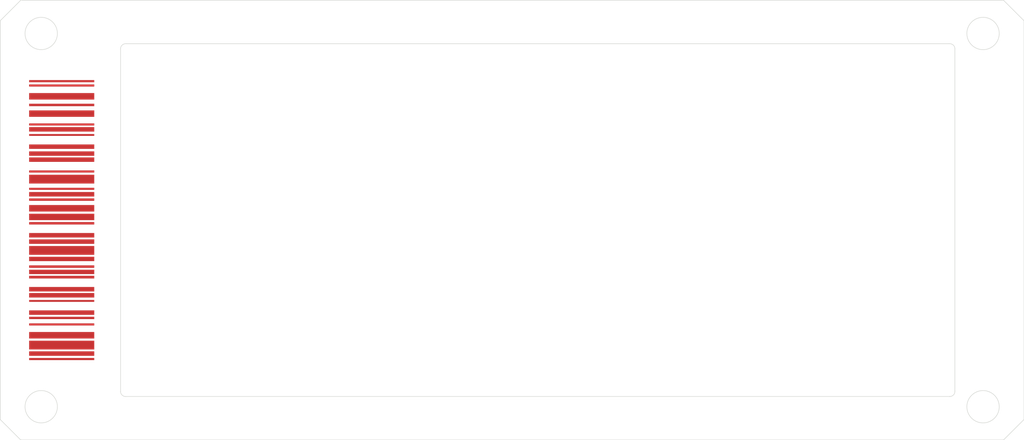
<source format=kicad_pcb>
(kicad_pcb (version 20171130) (host pcbnew 5.1.5+dfsg1-2build2)

  (general
    (thickness 1)
    (drawings 28)
    (tracks 0)
    (zones 0)
    (modules 2)
    (nets 1)
  )

  (page A4)
  (layers
    (0 F.Cu signal)
    (31 B.Cu signal)
    (32 B.Adhes user)
    (33 F.Adhes user)
    (34 B.Paste user)
    (35 F.Paste user)
    (36 B.SilkS user)
    (37 F.SilkS user)
    (38 B.Mask user)
    (39 F.Mask user)
    (40 Dwgs.User user)
    (41 Cmts.User user)
    (42 Eco1.User user)
    (43 Eco2.User user)
    (44 Edge.Cuts user)
    (45 Margin user)
    (46 B.CrtYd user)
    (47 F.CrtYd user)
    (48 B.Fab user)
    (49 F.Fab user)
  )

  (setup
    (last_trace_width 0.25)
    (trace_clearance 0.2)
    (zone_clearance 0.508)
    (zone_45_only no)
    (trace_min 0.2)
    (via_size 0.8)
    (via_drill 0.4)
    (via_min_size 0.4)
    (via_min_drill 0.3)
    (uvia_size 0.3)
    (uvia_drill 0.1)
    (uvias_allowed no)
    (uvia_min_size 0.2)
    (uvia_min_drill 0.1)
    (edge_width 0.05)
    (segment_width 0.2)
    (pcb_text_width 0.3)
    (pcb_text_size 1.5 1.5)
    (mod_edge_width 0.12)
    (mod_text_size 1 1)
    (mod_text_width 0.15)
    (pad_size 1.524 1.524)
    (pad_drill 0.762)
    (pad_to_mask_clearance 0.051)
    (solder_mask_min_width 0.25)
    (aux_axis_origin 0 0)
    (visible_elements FFFFFF7F)
    (pcbplotparams
      (layerselection 0x00020_7ffffffe)
      (usegerberextensions true)
      (usegerberattributes false)
      (usegerberadvancedattributes false)
      (creategerberjobfile false)
      (excludeedgelayer true)
      (linewidth 0.100000)
      (plotframeref false)
      (viasonmask false)
      (mode 1)
      (useauxorigin true)
      (hpglpennumber 1)
      (hpglpenspeed 20)
      (hpglpendiameter 15.000000)
      (psnegative false)
      (psa4output false)
      (plotreference true)
      (plotvalue false)
      (plotinvisibletext false)
      (padsonsilk false)
      (subtractmaskfromsilk false)
      (outputformat 3)
      (mirror false)
      (drillshape 0)
      (scaleselection 1)
      (outputdirectory "gerber_front"))
  )

  (net 0 "")

  (net_class Default "This is the default net class."
    (clearance 0.2)
    (trace_width 0.25)
    (via_dia 0.8)
    (via_drill 0.4)
    (uvia_dia 0.3)
    (uvia_drill 0.1)
  )

  (module front:ottercast_barcode_mask (layer F.Cu) (tedit 0) (tstamp 603F2A25)
    (at 106 78.5 90)
    (fp_text reference G*** (at 0 0 90) (layer F.SilkS) hide
      (effects (font (size 1.524 1.524) (thickness 0.3)))
    )
    (fp_text value LOGO (at 0.75 0 90) (layer F.SilkS) hide
      (effects (font (size 1.524 1.524) (thickness 0.3)))
    )
    (fp_poly (pts (xy 13.687777 3.175) (xy 13.490222 3.175) (xy 13.490222 -3.175) (xy 13.687777 -3.175)
      (xy 13.687777 3.175)) (layer F.Mask) (width 0.01))
    (fp_poly (pts (xy 13.264444 3.175) (xy 13.066889 3.175) (xy 13.066889 -3.175) (xy 13.264444 -3.175)
      (xy 13.264444 3.175)) (layer F.Mask) (width 0.01))
    (fp_poly (pts (xy 12.417777 3.175) (xy 11.796889 3.175) (xy 11.796889 -3.175) (xy 12.417777 -3.175)
      (xy 12.417777 3.175)) (layer F.Mask) (width 0.01))
    (fp_poly (pts (xy 11.373555 3.175) (xy 11.147777 3.175) (xy 11.147777 -3.175) (xy 11.373555 -3.175)
      (xy 11.373555 3.175)) (layer F.Mask) (width 0.01))
    (fp_poly (pts (xy 10.724444 3.175) (xy 10.103555 3.175) (xy 10.103555 -3.175) (xy 10.724444 -3.175)
      (xy 10.724444 3.175)) (layer F.Mask) (width 0.01))
    (fp_poly (pts (xy 9.454444 3.175) (xy 9.256889 3.175) (xy 9.256889 -3.175) (xy 9.454444 -3.175)
      (xy 9.454444 3.175)) (layer F.Mask) (width 0.01))
    (fp_poly (pts (xy 9.087555 3.175) (xy 8.664222 3.175) (xy 8.664222 -3.175) (xy 9.087555 -3.175)
      (xy 9.087555 3.175)) (layer F.Mask) (width 0.01))
    (fp_poly (pts (xy 8.410222 3.175) (xy 8.240889 3.175) (xy 8.240889 -3.175) (xy 8.410222 -3.175)
      (xy 8.410222 3.175)) (layer F.Mask) (width 0.01))
    (fp_poly (pts (xy 7.394222 3.175) (xy 6.970889 3.175) (xy 6.970889 -3.175) (xy 7.394222 -3.175)
      (xy 7.394222 3.175)) (layer F.Mask) (width 0.01))
    (fp_poly (pts (xy 6.716889 3.175) (xy 6.293555 3.175) (xy 6.293555 -3.175) (xy 6.716889 -3.175)
      (xy 6.716889 3.175)) (layer F.Mask) (width 0.01))
    (fp_poly (pts (xy 6.124222 3.175) (xy 5.700889 3.175) (xy 5.700889 -3.175) (xy 6.124222 -3.175)
      (xy 6.124222 3.175)) (layer F.Mask) (width 0.01))
    (fp_poly (pts (xy 4.854222 3.175) (xy 4.656666 3.175) (xy 4.656666 -3.175) (xy 4.854222 -3.175)
      (xy 4.854222 3.175)) (layer F.Mask) (width 0.01))
    (fp_poly (pts (xy 4.430889 3.175) (xy 3.584222 3.175) (xy 3.584222 -3.175) (xy 4.430889 -3.175)
      (xy 4.430889 3.175)) (layer F.Mask) (width 0.01))
    (fp_poly (pts (xy 3.160889 3.175) (xy 2.963333 3.175) (xy 2.963333 -3.175) (xy 3.160889 -3.175)
      (xy 3.160889 3.175)) (layer F.Mask) (width 0.01))
    (fp_poly (pts (xy 2.737555 3.175) (xy 2.314222 3.175) (xy 2.314222 -3.175) (xy 2.737555 -3.175)
      (xy 2.737555 3.175)) (layer F.Mask) (width 0.01))
    (fp_poly (pts (xy 2.116666 3.175) (xy 1.890889 3.175) (xy 1.890889 -3.175) (xy 2.116666 -3.175)
      (xy 2.116666 3.175)) (layer F.Mask) (width 0.01))
    (fp_poly (pts (xy 1.467555 3.175) (xy 0.846666 3.175) (xy 0.846666 -3.175) (xy 1.467555 -3.175)
      (xy 1.467555 3.175)) (layer F.Mask) (width 0.01))
    (fp_poly (pts (xy 0.620889 3.175) (xy 0 3.175) (xy 0 -3.175) (xy 0.620889 -3.175)
      (xy 0.620889 3.175)) (layer F.Mask) (width 0.01))
    (fp_poly (pts (xy -0.197556 3.175) (xy -0.423334 3.175) (xy -0.423334 -3.175) (xy -0.197556 -3.175)
      (xy -0.197556 3.175)) (layer F.Mask) (width 0.01))
    (fp_poly (pts (xy -1.27 3.175) (xy -1.693334 3.175) (xy -1.693334 -3.175) (xy -1.27 -3.175)
      (xy -1.27 3.175)) (layer F.Mask) (width 0.01))
    (fp_poly (pts (xy -1.890889 3.175) (xy -2.314223 3.175) (xy -2.314223 -3.175) (xy -1.890889 -3.175)
      (xy -1.890889 3.175)) (layer F.Mask) (width 0.01))
    (fp_poly (pts (xy -2.54 3.175) (xy -3.386667 3.175) (xy -3.386667 -3.175) (xy -2.54 -3.175)
      (xy -2.54 3.175)) (layer F.Mask) (width 0.01))
    (fp_poly (pts (xy -3.584223 3.175) (xy -4.007556 3.175) (xy -4.007556 -3.175) (xy -3.584223 -3.175)
      (xy -3.584223 3.175)) (layer F.Mask) (width 0.01))
    (fp_poly (pts (xy -4.430889 3.175) (xy -4.656667 3.175) (xy -4.656667 -3.175) (xy -4.430889 -3.175)
      (xy -4.430889 3.175)) (layer F.Mask) (width 0.01))
    (fp_poly (pts (xy -4.854223 3.175) (xy -5.277556 3.175) (xy -5.277556 -3.175) (xy -4.854223 -3.175)
      (xy -4.854223 3.175)) (layer F.Mask) (width 0.01))
    (fp_poly (pts (xy -5.446889 3.175) (xy -5.700889 3.175) (xy -5.700889 -3.175) (xy -5.446889 -3.175)
      (xy -5.446889 3.175)) (layer F.Mask) (width 0.01))
    (fp_poly (pts (xy -6.547556 3.175) (xy -6.970889 3.175) (xy -6.970889 -3.175) (xy -6.547556 -3.175)
      (xy -6.547556 3.175)) (layer F.Mask) (width 0.01))
    (fp_poly (pts (xy -7.140223 3.175) (xy -7.563556 3.175) (xy -7.563556 -3.175) (xy -7.140223 -3.175)
      (xy -7.140223 3.175)) (layer F.Mask) (width 0.01))
    (fp_poly (pts (xy -7.817556 3.175) (xy -7.986889 3.175) (xy -7.986889 -3.175) (xy -7.817556 -3.175)
      (xy -7.817556 3.175)) (layer F.Mask) (width 0.01))
    (fp_poly (pts (xy -8.833556 3.175) (xy -9.256889 3.175) (xy -9.256889 -3.175) (xy -8.833556 -3.175)
      (xy -8.833556 3.175)) (layer F.Mask) (width 0.01))
    (fp_poly (pts (xy -9.454445 3.175) (xy -9.680223 3.175) (xy -9.680223 -3.175) (xy -9.454445 -3.175)
      (xy -9.454445 3.175)) (layer F.Mask) (width 0.01))
    (fp_poly (pts (xy -10.103556 3.175) (xy -10.301111 3.175) (xy -10.301111 -3.175) (xy -10.103556 -3.175)
      (xy -10.103556 3.175)) (layer F.Mask) (width 0.01))
    (fp_poly (pts (xy -10.950223 3.175) (xy -11.571111 3.175) (xy -11.571111 -3.175) (xy -10.950223 -3.175)
      (xy -10.950223 3.175)) (layer F.Mask) (width 0.01))
    (fp_poly (pts (xy -11.796889 3.175) (xy -12.643556 3.175) (xy -12.643556 -3.175) (xy -11.796889 -3.175)
      (xy -11.796889 3.175)) (layer F.Mask) (width 0.01))
    (fp_poly (pts (xy -12.841111 3.175) (xy -13.264445 3.175) (xy -13.264445 -3.175) (xy -12.841111 -3.175)
      (xy -12.841111 3.175)) (layer F.Mask) (width 0.01))
    (fp_poly (pts (xy -13.490223 3.175) (xy -13.687778 3.175) (xy -13.687778 -3.175) (xy -13.490223 -3.175)
      (xy -13.490223 3.175)) (layer F.Mask) (width 0.01))
  )

  (module front:ottercast_barcode (layer F.Cu) (tedit 0) (tstamp 603F275C)
    (at 106 78.5 90)
    (fp_text reference G*** (at 0 0 90) (layer F.SilkS) hide
      (effects (font (size 1.524 1.524) (thickness 0.3)))
    )
    (fp_text value LOGO (at 0.75 0 90) (layer F.SilkS) hide
      (effects (font (size 1.524 1.524) (thickness 0.3)))
    )
    (fp_poly (pts (xy 13.687777 3.175) (xy 13.490222 3.175) (xy 13.490222 -3.175) (xy 13.687777 -3.175)
      (xy 13.687777 3.175)) (layer F.Cu) (width 0.01))
    (fp_poly (pts (xy 13.264444 3.175) (xy 13.066889 3.175) (xy 13.066889 -3.175) (xy 13.264444 -3.175)
      (xy 13.264444 3.175)) (layer F.Cu) (width 0.01))
    (fp_poly (pts (xy 12.417777 3.175) (xy 11.796889 3.175) (xy 11.796889 -3.175) (xy 12.417777 -3.175)
      (xy 12.417777 3.175)) (layer F.Cu) (width 0.01))
    (fp_poly (pts (xy 11.373555 3.175) (xy 11.147777 3.175) (xy 11.147777 -3.175) (xy 11.373555 -3.175)
      (xy 11.373555 3.175)) (layer F.Cu) (width 0.01))
    (fp_poly (pts (xy 10.724444 3.175) (xy 10.103555 3.175) (xy 10.103555 -3.175) (xy 10.724444 -3.175)
      (xy 10.724444 3.175)) (layer F.Cu) (width 0.01))
    (fp_poly (pts (xy 9.454444 3.175) (xy 9.256889 3.175) (xy 9.256889 -3.175) (xy 9.454444 -3.175)
      (xy 9.454444 3.175)) (layer F.Cu) (width 0.01))
    (fp_poly (pts (xy 9.087555 3.175) (xy 8.664222 3.175) (xy 8.664222 -3.175) (xy 9.087555 -3.175)
      (xy 9.087555 3.175)) (layer F.Cu) (width 0.01))
    (fp_poly (pts (xy 8.410222 3.175) (xy 8.240889 3.175) (xy 8.240889 -3.175) (xy 8.410222 -3.175)
      (xy 8.410222 3.175)) (layer F.Cu) (width 0.01))
    (fp_poly (pts (xy 7.394222 3.175) (xy 6.970889 3.175) (xy 6.970889 -3.175) (xy 7.394222 -3.175)
      (xy 7.394222 3.175)) (layer F.Cu) (width 0.01))
    (fp_poly (pts (xy 6.716889 3.175) (xy 6.293555 3.175) (xy 6.293555 -3.175) (xy 6.716889 -3.175)
      (xy 6.716889 3.175)) (layer F.Cu) (width 0.01))
    (fp_poly (pts (xy 6.124222 3.175) (xy 5.700889 3.175) (xy 5.700889 -3.175) (xy 6.124222 -3.175)
      (xy 6.124222 3.175)) (layer F.Cu) (width 0.01))
    (fp_poly (pts (xy 4.854222 3.175) (xy 4.656666 3.175) (xy 4.656666 -3.175) (xy 4.854222 -3.175)
      (xy 4.854222 3.175)) (layer F.Cu) (width 0.01))
    (fp_poly (pts (xy 4.430889 3.175) (xy 3.584222 3.175) (xy 3.584222 -3.175) (xy 4.430889 -3.175)
      (xy 4.430889 3.175)) (layer F.Cu) (width 0.01))
    (fp_poly (pts (xy 3.160889 3.175) (xy 2.963333 3.175) (xy 2.963333 -3.175) (xy 3.160889 -3.175)
      (xy 3.160889 3.175)) (layer F.Cu) (width 0.01))
    (fp_poly (pts (xy 2.737555 3.175) (xy 2.314222 3.175) (xy 2.314222 -3.175) (xy 2.737555 -3.175)
      (xy 2.737555 3.175)) (layer F.Cu) (width 0.01))
    (fp_poly (pts (xy 2.116666 3.175) (xy 1.890889 3.175) (xy 1.890889 -3.175) (xy 2.116666 -3.175)
      (xy 2.116666 3.175)) (layer F.Cu) (width 0.01))
    (fp_poly (pts (xy 1.467555 3.175) (xy 0.846666 3.175) (xy 0.846666 -3.175) (xy 1.467555 -3.175)
      (xy 1.467555 3.175)) (layer F.Cu) (width 0.01))
    (fp_poly (pts (xy 0.620889 3.175) (xy 0 3.175) (xy 0 -3.175) (xy 0.620889 -3.175)
      (xy 0.620889 3.175)) (layer F.Cu) (width 0.01))
    (fp_poly (pts (xy -0.197556 3.175) (xy -0.423334 3.175) (xy -0.423334 -3.175) (xy -0.197556 -3.175)
      (xy -0.197556 3.175)) (layer F.Cu) (width 0.01))
    (fp_poly (pts (xy -1.27 3.175) (xy -1.693334 3.175) (xy -1.693334 -3.175) (xy -1.27 -3.175)
      (xy -1.27 3.175)) (layer F.Cu) (width 0.01))
    (fp_poly (pts (xy -1.890889 3.175) (xy -2.314223 3.175) (xy -2.314223 -3.175) (xy -1.890889 -3.175)
      (xy -1.890889 3.175)) (layer F.Cu) (width 0.01))
    (fp_poly (pts (xy -2.54 3.175) (xy -3.386667 3.175) (xy -3.386667 -3.175) (xy -2.54 -3.175)
      (xy -2.54 3.175)) (layer F.Cu) (width 0.01))
    (fp_poly (pts (xy -3.584223 3.175) (xy -4.007556 3.175) (xy -4.007556 -3.175) (xy -3.584223 -3.175)
      (xy -3.584223 3.175)) (layer F.Cu) (width 0.01))
    (fp_poly (pts (xy -4.430889 3.175) (xy -4.656667 3.175) (xy -4.656667 -3.175) (xy -4.430889 -3.175)
      (xy -4.430889 3.175)) (layer F.Cu) (width 0.01))
    (fp_poly (pts (xy -4.854223 3.175) (xy -5.277556 3.175) (xy -5.277556 -3.175) (xy -4.854223 -3.175)
      (xy -4.854223 3.175)) (layer F.Cu) (width 0.01))
    (fp_poly (pts (xy -5.446889 3.175) (xy -5.700889 3.175) (xy -5.700889 -3.175) (xy -5.446889 -3.175)
      (xy -5.446889 3.175)) (layer F.Cu) (width 0.01))
    (fp_poly (pts (xy -6.547556 3.175) (xy -6.970889 3.175) (xy -6.970889 -3.175) (xy -6.547556 -3.175)
      (xy -6.547556 3.175)) (layer F.Cu) (width 0.01))
    (fp_poly (pts (xy -7.140223 3.175) (xy -7.563556 3.175) (xy -7.563556 -3.175) (xy -7.140223 -3.175)
      (xy -7.140223 3.175)) (layer F.Cu) (width 0.01))
    (fp_poly (pts (xy -7.817556 3.175) (xy -7.986889 3.175) (xy -7.986889 -3.175) (xy -7.817556 -3.175)
      (xy -7.817556 3.175)) (layer F.Cu) (width 0.01))
    (fp_poly (pts (xy -8.833556 3.175) (xy -9.256889 3.175) (xy -9.256889 -3.175) (xy -8.833556 -3.175)
      (xy -8.833556 3.175)) (layer F.Cu) (width 0.01))
    (fp_poly (pts (xy -9.454445 3.175) (xy -9.680223 3.175) (xy -9.680223 -3.175) (xy -9.454445 -3.175)
      (xy -9.454445 3.175)) (layer F.Cu) (width 0.01))
    (fp_poly (pts (xy -10.103556 3.175) (xy -10.301111 3.175) (xy -10.301111 -3.175) (xy -10.103556 -3.175)
      (xy -10.103556 3.175)) (layer F.Cu) (width 0.01))
    (fp_poly (pts (xy -10.950223 3.175) (xy -11.571111 3.175) (xy -11.571111 -3.175) (xy -10.950223 -3.175)
      (xy -10.950223 3.175)) (layer F.Cu) (width 0.01))
    (fp_poly (pts (xy -11.796889 3.175) (xy -12.643556 3.175) (xy -12.643556 -3.175) (xy -11.796889 -3.175)
      (xy -11.796889 3.175)) (layer F.Cu) (width 0.01))
    (fp_poly (pts (xy -12.841111 3.175) (xy -13.264445 3.175) (xy -13.264445 -3.175) (xy -12.841111 -3.175)
      (xy -12.841111 3.175)) (layer F.Cu) (width 0.01))
    (fp_poly (pts (xy -13.490223 3.175) (xy -13.687778 3.175) (xy -13.687778 -3.175) (xy -13.490223 -3.175)
      (xy -13.490223 3.175)) (layer F.Cu) (width 0.01))
  )

  (gr_arc (start 192.75 61.75) (end 193.249999 61.75) (angle -90) (layer Edge.Cuts) (width 0.05) (tstamp 603F0F86))
  (gr_arc (start 192.75 95.25) (end 192.75 95.749999) (angle -90) (layer Edge.Cuts) (width 0.05) (tstamp 603F0F86))
  (gr_arc (start 112.25 95.25) (end 111.750001 95.25) (angle -90) (layer Edge.Cuts) (width 0.05) (tstamp 603F0F86))
  (gr_arc (start 112.25 61.75) (end 112.25 61.250001) (angle -90) (layer Edge.Cuts) (width 0.05))
  (gr_line (start 193.249999 95.25) (end 193.249999 61.75) (layer Edge.Cuts) (width 0.05) (tstamp 603EACED))
  (gr_line (start 105.5 97.25) (end 194.5 97.25) (layer Eco1.User) (width 0.15) (tstamp 603EACEC))
  (gr_line (start 193 95.5) (end 193 61.5) (layer Eco1.User) (width 0.15) (tstamp 603EACEB))
  (gr_line (start 112 95.5) (end 193 95.5) (layer Eco1.User) (width 0.15) (tstamp 603EACEA))
  (gr_line (start 194.5 97.25) (end 194.5 59.75) (layer Eco1.User) (width 0.15) (tstamp 603EACE9))
  (gr_line (start 111.999999 61.5) (end 112 95.5) (layer Eco1.User) (width 0.15) (tstamp 603EACE8))
  (gr_line (start 112.25 95.749999) (end 192.75 95.749999) (layer Edge.Cuts) (width 0.05) (tstamp 603EACE7))
  (gr_line (start 111.750001 61.75) (end 111.750001 95.25) (layer Edge.Cuts) (width 0.05) (tstamp 603EACE6))
  (gr_line (start 105.5 59.75) (end 105.5 97.25) (layer Eco1.User) (width 0.15) (tstamp 603EACE5))
  (gr_line (start 194.5 59.75) (end 105.5 59.75) (layer Eco1.User) (width 0.15) (tstamp 603EACE4))
  (gr_line (start 192.75 61.250001) (end 112.25 61.250001) (layer Edge.Cuts) (width 0.05) (tstamp 603EACE3))
  (gr_line (start 193 61.5) (end 111.999999 61.5) (layer Eco1.User) (width 0.15) (tstamp 603EACE2))
  (gr_line (start 200 98) (end 200.000001 59) (layer Edge.Cuts) (width 0.05) (tstamp 603E80C5))
  (gr_circle (center 196 96.75) (end 194.5 97.25) (layer Edge.Cuts) (width 0.05) (tstamp 603E80C3))
  (gr_circle (center 104 60.25) (end 102.499999 60.75) (layer Edge.Cuts) (width 0.05) (tstamp 603E80C1))
  (gr_line (start 198 57) (end 102 57) (layer Edge.Cuts) (width 0.05) (tstamp 603E80BF))
  (gr_line (start 102 57) (end 100 59) (layer Edge.Cuts) (width 0.05) (tstamp 603E80BE))
  (gr_line (start 198 56.999999) (end 200.000001 59) (layer Edge.Cuts) (width 0.05) (tstamp 603E80BB))
  (gr_line (start 102 100) (end 100 98) (layer Edge.Cuts) (width 0.05) (tstamp 603E80BA))
  (gr_line (start 102 100) (end 198 100) (layer Edge.Cuts) (width 0.05) (tstamp 603E80B9))
  (gr_line (start 100 59) (end 100 98) (layer Edge.Cuts) (width 0.05) (tstamp 603E80B7))
  (gr_circle (center 196 60.25) (end 194.5 60.75) (layer Edge.Cuts) (width 0.05) (tstamp 603E80B2))
  (gr_circle (center 104 96.75) (end 102.5 97.25) (layer Edge.Cuts) (width 0.05) (tstamp 603E80AF))
  (gr_line (start 200 98) (end 198 100) (layer Edge.Cuts) (width 0.05) (tstamp 603E80AE))

)

</source>
